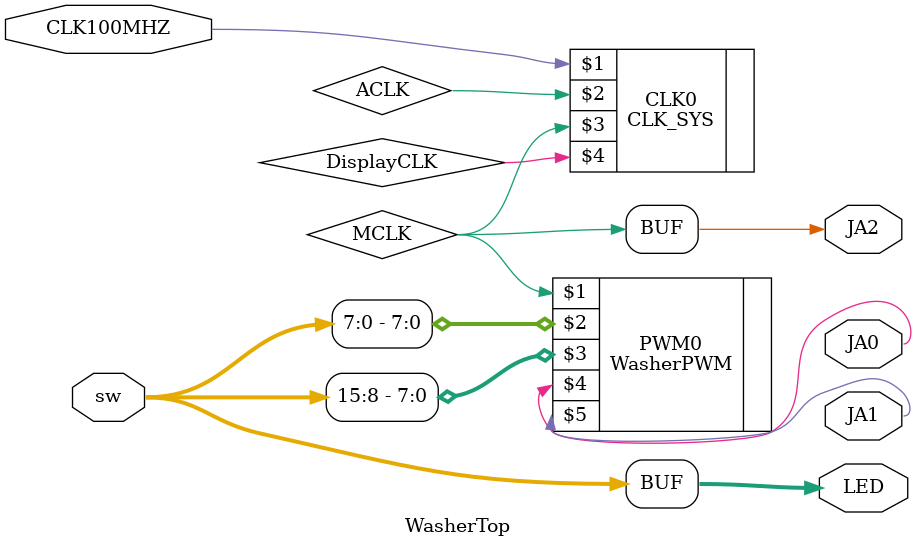
<source format=v>
`timescale 1ns / 1ps


module WasherTop(
    input CLK100MHZ,
    input [15:0] sw,
    output JA0, JA1, JA2,
    output [15:0] LED
    );
    
    wire MCLK, ACLK, DisplayCLK;
    assign LED = sw;
    assign JA2 = MCLK;
    
    CLK_SYS CLK0(CLK100MHZ, ACLK, MCLK, DisplayCLK);
    WasherPWM PWM0(MCLK, sw[7:0], sw[15:8], JA0, JA1);
    
    
endmodule

</source>
